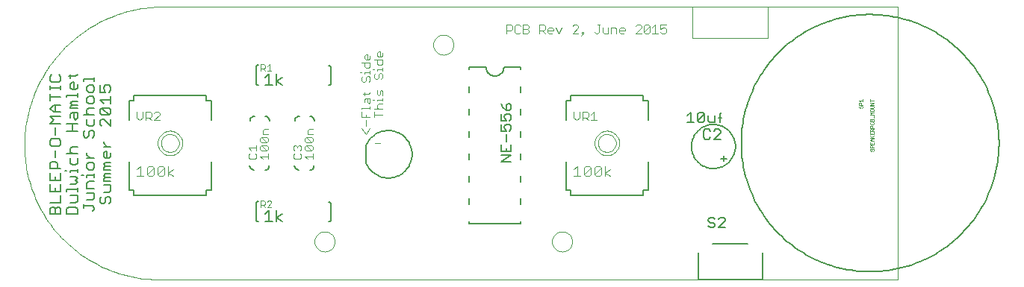
<source format=gto>
G75*
%MOIN*%
%OFA0B0*%
%FSLAX24Y24*%
%IPPOS*%
%LPD*%
%AMOC8*
5,1,8,0,0,1.08239X$1,22.5*
%
%ADD10C,0.0000*%
%ADD11C,0.0030*%
%ADD12C,0.0070*%
%ADD13C,0.0060*%
%ADD14C,0.0040*%
%ADD15C,0.0080*%
%ADD16C,0.0050*%
%ADD17C,0.0010*%
%ADD18C,0.0020*%
%ADD19C,0.0039*%
D10*
X006701Y001180D02*
X039656Y001180D01*
X039656Y013385D01*
X006982Y013385D01*
X018930Y011680D02*
X018932Y011722D01*
X018938Y011764D01*
X018948Y011805D01*
X018961Y011845D01*
X018979Y011883D01*
X018999Y011920D01*
X019024Y011955D01*
X019051Y011987D01*
X019081Y012016D01*
X019114Y012043D01*
X019149Y012066D01*
X019186Y012086D01*
X019225Y012102D01*
X019265Y012115D01*
X019306Y012124D01*
X019348Y012129D01*
X019391Y012130D01*
X019433Y012127D01*
X019474Y012120D01*
X019515Y012109D01*
X019555Y012095D01*
X019593Y012077D01*
X019629Y012055D01*
X019663Y012030D01*
X019694Y012002D01*
X019723Y011971D01*
X019749Y011938D01*
X019771Y011902D01*
X019791Y011864D01*
X019806Y011825D01*
X019818Y011785D01*
X019826Y011743D01*
X019830Y011701D01*
X019830Y011659D01*
X019826Y011617D01*
X019818Y011575D01*
X019806Y011535D01*
X019791Y011496D01*
X019771Y011458D01*
X019749Y011422D01*
X019723Y011389D01*
X019694Y011358D01*
X019663Y011330D01*
X019629Y011305D01*
X019593Y011283D01*
X019555Y011265D01*
X019515Y011251D01*
X019474Y011240D01*
X019433Y011233D01*
X019391Y011230D01*
X019348Y011231D01*
X019306Y011236D01*
X019265Y011245D01*
X019225Y011258D01*
X019186Y011274D01*
X019149Y011294D01*
X019114Y011317D01*
X019081Y011344D01*
X019051Y011373D01*
X019024Y011405D01*
X018999Y011440D01*
X018979Y011477D01*
X018961Y011515D01*
X018948Y011555D01*
X018938Y011596D01*
X018932Y011638D01*
X018930Y011680D01*
X006983Y013384D02*
X006828Y013385D01*
X006673Y013381D01*
X006518Y013373D01*
X006363Y013362D01*
X006209Y013346D01*
X006055Y013327D01*
X005901Y013304D01*
X005749Y013278D01*
X005597Y013247D01*
X005445Y013213D01*
X005295Y013174D01*
X005146Y013133D01*
X004998Y013087D01*
X004851Y013038D01*
X004705Y012985D01*
X004560Y012928D01*
X004417Y012868D01*
X004276Y012804D01*
X004136Y012737D01*
X003998Y012667D01*
X003862Y012593D01*
X003728Y012515D01*
X003595Y012434D01*
X003465Y012350D01*
X003337Y012263D01*
X003211Y012173D01*
X003087Y012079D01*
X002966Y011983D01*
X002847Y011883D01*
X002730Y011780D01*
X002617Y011675D01*
X002505Y011567D01*
X002397Y011456D01*
X002291Y011342D01*
X002189Y011226D01*
X002089Y011107D01*
X001992Y010986D01*
X001898Y010863D01*
X001808Y010737D01*
X001720Y010609D01*
X001636Y010479D01*
X001555Y010346D01*
X001477Y010212D01*
X001403Y010076D01*
X001332Y009938D01*
X001265Y009798D01*
X001201Y009657D01*
X001141Y009514D01*
X001084Y009370D01*
X001031Y009224D01*
X000981Y009077D01*
X000935Y008929D01*
X000893Y008780D01*
X000855Y008630D01*
X000820Y008478D01*
X000789Y008326D01*
X000762Y008174D01*
X000739Y008020D01*
X000720Y007867D01*
X000704Y007712D01*
X000692Y007558D01*
X000685Y007403D01*
X000681Y007248D01*
X000680Y007248D02*
X000680Y007201D01*
X000682Y007048D01*
X000688Y006896D01*
X000697Y006744D01*
X000711Y006592D01*
X000728Y006440D01*
X000749Y006289D01*
X000774Y006139D01*
X000803Y005989D01*
X000836Y005840D01*
X000872Y005692D01*
X000912Y005545D01*
X000956Y005399D01*
X001004Y005254D01*
X001055Y005110D01*
X001110Y004968D01*
X001168Y004827D01*
X001230Y004687D01*
X001295Y004549D01*
X001364Y004413D01*
X001437Y004279D01*
X001512Y004147D01*
X001591Y004016D01*
X001674Y003888D01*
X001759Y003761D01*
X001848Y003637D01*
X001940Y003516D01*
X002035Y003396D01*
X002133Y003279D01*
X002233Y003165D01*
X002337Y003053D01*
X002444Y002944D01*
X002553Y002837D01*
X002665Y002733D01*
X002779Y002633D01*
X002896Y002535D01*
X003016Y002440D01*
X003137Y002348D01*
X003261Y002259D01*
X003388Y002174D01*
X003516Y002091D01*
X003647Y002012D01*
X003779Y001937D01*
X003913Y001864D01*
X004049Y001795D01*
X004187Y001730D01*
X004327Y001668D01*
X004468Y001610D01*
X004610Y001555D01*
X004754Y001504D01*
X004899Y001456D01*
X005045Y001412D01*
X005192Y001372D01*
X005340Y001336D01*
X005489Y001303D01*
X005639Y001274D01*
X005789Y001249D01*
X005940Y001228D01*
X006092Y001211D01*
X006244Y001197D01*
X006396Y001188D01*
X006548Y001182D01*
X006701Y001180D01*
X013630Y002880D02*
X013632Y002922D01*
X013638Y002964D01*
X013648Y003005D01*
X013661Y003045D01*
X013679Y003083D01*
X013699Y003120D01*
X013724Y003155D01*
X013751Y003187D01*
X013781Y003216D01*
X013814Y003243D01*
X013849Y003266D01*
X013886Y003286D01*
X013925Y003302D01*
X013965Y003315D01*
X014006Y003324D01*
X014048Y003329D01*
X014091Y003330D01*
X014133Y003327D01*
X014174Y003320D01*
X014215Y003309D01*
X014255Y003295D01*
X014293Y003277D01*
X014329Y003255D01*
X014363Y003230D01*
X014394Y003202D01*
X014423Y003171D01*
X014449Y003138D01*
X014471Y003102D01*
X014491Y003064D01*
X014506Y003025D01*
X014518Y002985D01*
X014526Y002943D01*
X014530Y002901D01*
X014530Y002859D01*
X014526Y002817D01*
X014518Y002775D01*
X014506Y002735D01*
X014491Y002696D01*
X014471Y002658D01*
X014449Y002622D01*
X014423Y002589D01*
X014394Y002558D01*
X014363Y002530D01*
X014329Y002505D01*
X014293Y002483D01*
X014255Y002465D01*
X014215Y002451D01*
X014174Y002440D01*
X014133Y002433D01*
X014091Y002430D01*
X014048Y002431D01*
X014006Y002436D01*
X013965Y002445D01*
X013925Y002458D01*
X013886Y002474D01*
X013849Y002494D01*
X013814Y002517D01*
X013781Y002544D01*
X013751Y002573D01*
X013724Y002605D01*
X013699Y002640D01*
X013679Y002677D01*
X013661Y002715D01*
X013648Y002755D01*
X013638Y002796D01*
X013632Y002838D01*
X013630Y002880D01*
X024230Y002880D02*
X024232Y002922D01*
X024238Y002964D01*
X024248Y003005D01*
X024261Y003045D01*
X024279Y003083D01*
X024299Y003120D01*
X024324Y003155D01*
X024351Y003187D01*
X024381Y003216D01*
X024414Y003243D01*
X024449Y003266D01*
X024486Y003286D01*
X024525Y003302D01*
X024565Y003315D01*
X024606Y003324D01*
X024648Y003329D01*
X024691Y003330D01*
X024733Y003327D01*
X024774Y003320D01*
X024815Y003309D01*
X024855Y003295D01*
X024893Y003277D01*
X024929Y003255D01*
X024963Y003230D01*
X024994Y003202D01*
X025023Y003171D01*
X025049Y003138D01*
X025071Y003102D01*
X025091Y003064D01*
X025106Y003025D01*
X025118Y002985D01*
X025126Y002943D01*
X025130Y002901D01*
X025130Y002859D01*
X025126Y002817D01*
X025118Y002775D01*
X025106Y002735D01*
X025091Y002696D01*
X025071Y002658D01*
X025049Y002622D01*
X025023Y002589D01*
X024994Y002558D01*
X024963Y002530D01*
X024929Y002505D01*
X024893Y002483D01*
X024855Y002465D01*
X024815Y002451D01*
X024774Y002440D01*
X024733Y002433D01*
X024691Y002430D01*
X024648Y002431D01*
X024606Y002436D01*
X024565Y002445D01*
X024525Y002458D01*
X024486Y002474D01*
X024449Y002494D01*
X024414Y002517D01*
X024381Y002544D01*
X024351Y002573D01*
X024324Y002605D01*
X024299Y002640D01*
X024279Y002677D01*
X024261Y002715D01*
X024248Y002755D01*
X024238Y002796D01*
X024232Y002838D01*
X024230Y002880D01*
D11*
X011707Y004414D02*
X011514Y004414D01*
X011707Y004607D01*
X011707Y004656D01*
X011659Y004704D01*
X011562Y004704D01*
X011514Y004656D01*
X011413Y004656D02*
X011413Y004559D01*
X011364Y004511D01*
X011219Y004511D01*
X011316Y004511D02*
X011413Y004414D01*
X011219Y004414D02*
X011219Y004704D01*
X011364Y004704D01*
X011413Y004656D01*
X016309Y007281D02*
X016556Y007281D01*
X015920Y007695D02*
X016105Y007942D01*
X015920Y008063D02*
X015920Y008310D01*
X015920Y008432D02*
X015920Y008555D01*
X016105Y008432D02*
X015735Y008432D01*
X015735Y008679D01*
X015735Y008800D02*
X015735Y008862D01*
X016105Y008862D01*
X016105Y008923D02*
X016105Y008800D01*
X016295Y008800D02*
X016665Y008800D01*
X016480Y008800D02*
X016418Y008862D01*
X016418Y008985D01*
X016480Y009047D01*
X016665Y009047D01*
X016665Y009168D02*
X016665Y009292D01*
X016665Y009230D02*
X016418Y009230D01*
X016418Y009168D01*
X016295Y009230D02*
X016233Y009230D01*
X016105Y009292D02*
X016105Y009107D01*
X016043Y009045D01*
X015982Y009107D01*
X015982Y009292D01*
X015920Y009292D02*
X016105Y009292D01*
X015920Y009292D02*
X015858Y009231D01*
X015858Y009107D01*
X015858Y009414D02*
X015858Y009537D01*
X015796Y009476D02*
X016043Y009476D01*
X016105Y009537D01*
X016418Y009476D02*
X016418Y009661D01*
X016542Y009599D02*
X016542Y009476D01*
X016480Y009414D01*
X016418Y009476D01*
X016542Y009599D02*
X016603Y009661D01*
X016665Y009599D01*
X016665Y009414D01*
X016043Y010028D02*
X016105Y010089D01*
X016105Y010213D01*
X016043Y010275D01*
X015982Y010275D01*
X015920Y010213D01*
X015920Y010089D01*
X015858Y010028D01*
X015796Y010028D01*
X015735Y010089D01*
X015735Y010213D01*
X015796Y010275D01*
X015858Y010396D02*
X015858Y010458D01*
X016105Y010458D01*
X016105Y010519D02*
X016105Y010396D01*
X016295Y010336D02*
X016295Y010212D01*
X016356Y010150D01*
X016418Y010150D01*
X016480Y010212D01*
X016480Y010336D01*
X016542Y010397D01*
X016603Y010397D01*
X016665Y010336D01*
X016665Y010212D01*
X016603Y010150D01*
X016356Y010397D02*
X016295Y010336D01*
X016418Y010519D02*
X016418Y010580D01*
X016665Y010580D01*
X016665Y010519D02*
X016665Y010642D01*
X016603Y010764D02*
X016480Y010764D01*
X016418Y010826D01*
X016418Y011011D01*
X016295Y011011D02*
X016665Y011011D01*
X016665Y010826D01*
X016603Y010764D01*
X016105Y010703D02*
X016043Y010642D01*
X015920Y010642D01*
X015858Y010703D01*
X015858Y010888D01*
X015735Y010888D02*
X016105Y010888D01*
X016105Y010703D01*
X016233Y010580D02*
X016295Y010580D01*
X015735Y010458D02*
X015673Y010458D01*
X015920Y011010D02*
X015858Y011072D01*
X015858Y011195D01*
X015920Y011257D01*
X015982Y011257D01*
X015982Y011010D01*
X016043Y011010D02*
X015920Y011010D01*
X016043Y011010D02*
X016105Y011072D01*
X016105Y011195D01*
X016418Y011194D02*
X016418Y011318D01*
X016480Y011379D01*
X016542Y011379D01*
X016542Y011133D01*
X016603Y011133D02*
X016480Y011133D01*
X016418Y011194D01*
X016603Y011133D02*
X016665Y011194D01*
X016665Y011318D01*
X011707Y010514D02*
X011514Y010514D01*
X011611Y010514D02*
X011611Y010804D01*
X011514Y010707D01*
X011413Y010659D02*
X011364Y010611D01*
X011219Y010611D01*
X011316Y010611D02*
X011413Y010514D01*
X011413Y010659D02*
X011413Y010756D01*
X011364Y010804D01*
X011219Y010804D01*
X011219Y010514D01*
X006729Y008623D02*
X006664Y008688D01*
X006534Y008688D01*
X006468Y008623D01*
X006342Y008623D02*
X006342Y008493D01*
X006277Y008427D01*
X006082Y008427D01*
X005955Y008427D02*
X005955Y008688D01*
X006082Y008688D02*
X006277Y008688D01*
X006342Y008623D01*
X006082Y008688D02*
X006082Y008297D01*
X005955Y008427D02*
X005825Y008297D01*
X005695Y008427D01*
X005695Y008688D01*
X006212Y008427D02*
X006342Y008297D01*
X006468Y008297D02*
X006729Y008558D01*
X006729Y008623D01*
X006729Y008297D02*
X006468Y008297D01*
X015735Y007942D02*
X015920Y007695D01*
X016295Y008432D02*
X016295Y008679D01*
X016295Y008555D02*
X016665Y008555D01*
X025195Y008427D02*
X025325Y008297D01*
X025455Y008427D01*
X025455Y008688D01*
X025582Y008688D02*
X025777Y008688D01*
X025842Y008623D01*
X025842Y008493D01*
X025777Y008427D01*
X025582Y008427D01*
X025582Y008297D02*
X025582Y008688D01*
X025195Y008688D02*
X025195Y008427D01*
X025712Y008427D02*
X025842Y008297D01*
X025968Y008297D02*
X026229Y008297D01*
X026099Y008297D02*
X026099Y008688D01*
X025968Y008558D01*
X025510Y012072D02*
X025633Y012195D01*
X025572Y012195D01*
X025572Y012257D01*
X025633Y012257D01*
X025633Y012195D01*
X025388Y012195D02*
X025142Y012195D01*
X025388Y012442D01*
X025388Y012504D01*
X025327Y012565D01*
X025203Y012565D01*
X025142Y012504D01*
X024652Y012442D02*
X024528Y012195D01*
X024405Y012442D01*
X024283Y012380D02*
X024283Y012318D01*
X024037Y012318D01*
X024037Y012257D02*
X024037Y012380D01*
X024098Y012442D01*
X024222Y012442D01*
X024283Y012380D01*
X024222Y012195D02*
X024098Y012195D01*
X024037Y012257D01*
X023915Y012195D02*
X023792Y012318D01*
X023853Y012318D02*
X023668Y012318D01*
X023668Y012195D02*
X023668Y012565D01*
X023853Y012565D01*
X023915Y012504D01*
X023915Y012380D01*
X023853Y012318D01*
X023179Y012318D02*
X023179Y012257D01*
X023117Y012195D01*
X022932Y012195D01*
X022932Y012565D01*
X023117Y012565D01*
X023179Y012504D01*
X023179Y012442D01*
X023117Y012380D01*
X022932Y012380D01*
X022810Y012257D02*
X022748Y012195D01*
X022625Y012195D01*
X022563Y012257D01*
X022563Y012504D01*
X022625Y012565D01*
X022748Y012565D01*
X022810Y012504D01*
X023117Y012380D02*
X023179Y012318D01*
X022442Y012380D02*
X022380Y012318D01*
X022195Y012318D01*
X022195Y012195D02*
X022195Y012565D01*
X022380Y012565D01*
X022442Y012504D01*
X022442Y012380D01*
X026124Y012257D02*
X026185Y012195D01*
X026247Y012195D01*
X026309Y012257D01*
X026309Y012565D01*
X026247Y012565D02*
X026371Y012565D01*
X026492Y012442D02*
X026492Y012257D01*
X026554Y012195D01*
X026739Y012195D01*
X026739Y012442D01*
X026860Y012442D02*
X027045Y012442D01*
X027107Y012380D01*
X027107Y012195D01*
X027229Y012257D02*
X027229Y012380D01*
X027290Y012442D01*
X027414Y012442D01*
X027476Y012380D01*
X027476Y012318D01*
X027229Y012318D01*
X027229Y012257D02*
X027290Y012195D01*
X027414Y012195D01*
X026860Y012195D02*
X026860Y012442D01*
X027965Y012504D02*
X028027Y012565D01*
X028150Y012565D01*
X028212Y012504D01*
X028212Y012442D01*
X027965Y012195D01*
X028212Y012195D01*
X028334Y012257D02*
X028580Y012504D01*
X028580Y012257D01*
X028519Y012195D01*
X028395Y012195D01*
X028334Y012257D01*
X028334Y012504D01*
X028395Y012565D01*
X028519Y012565D01*
X028580Y012504D01*
X028702Y012442D02*
X028825Y012565D01*
X028825Y012195D01*
X028702Y012195D02*
X028949Y012195D01*
X029070Y012257D02*
X029132Y012195D01*
X029255Y012195D01*
X029317Y012257D01*
X029317Y012380D01*
X029255Y012442D01*
X029194Y012442D01*
X029070Y012380D01*
X029070Y012565D01*
X029317Y012565D01*
D12*
X004534Y009792D02*
X004534Y009632D01*
X004454Y009552D01*
X004294Y009552D02*
X004213Y009712D01*
X004213Y009792D01*
X004294Y009872D01*
X004454Y009872D01*
X004534Y009792D01*
X004294Y009552D02*
X004053Y009552D01*
X004053Y009872D01*
X003791Y009792D02*
X003711Y009872D01*
X003551Y009872D01*
X003471Y009792D01*
X003471Y009632D01*
X003551Y009552D01*
X003711Y009552D01*
X003791Y009632D01*
X003791Y009792D01*
X003791Y010058D02*
X003791Y010218D01*
X003791Y010138D02*
X003311Y010138D01*
X003311Y010058D01*
X003049Y009919D02*
X003049Y009758D01*
X002969Y009678D01*
X002809Y009678D01*
X002728Y009758D01*
X002728Y009919D01*
X002809Y009999D01*
X002889Y009999D01*
X002889Y009678D01*
X002306Y009678D02*
X002306Y009838D01*
X002306Y009758D02*
X001826Y009758D01*
X001826Y009678D02*
X001826Y009838D01*
X001906Y010016D02*
X002226Y010016D01*
X002306Y010096D01*
X002306Y010256D01*
X002226Y010336D01*
X001906Y010336D02*
X001826Y010256D01*
X001826Y010096D01*
X001906Y010016D01*
X002648Y010265D02*
X002969Y010265D01*
X003049Y010345D01*
X002728Y010345D02*
X002728Y010185D01*
X003049Y009501D02*
X003049Y009341D01*
X003049Y009421D02*
X002568Y009421D01*
X002568Y009341D01*
X002306Y009332D02*
X001826Y009332D01*
X001826Y009172D02*
X001826Y009492D01*
X002728Y009074D02*
X002809Y009155D01*
X003049Y009155D01*
X003049Y008994D02*
X002809Y008994D01*
X002728Y009074D01*
X002809Y008994D02*
X002728Y008914D01*
X002728Y008834D01*
X003049Y008834D01*
X003049Y008648D02*
X003049Y008408D01*
X002969Y008328D01*
X002889Y008408D01*
X002889Y008648D01*
X002809Y008648D02*
X003049Y008648D01*
X002809Y008648D02*
X002728Y008568D01*
X002728Y008408D01*
X002809Y008142D02*
X002809Y007821D01*
X003049Y007821D02*
X002568Y007821D01*
X002066Y007973D02*
X002066Y007653D01*
X001906Y007466D02*
X001826Y007386D01*
X001826Y007226D01*
X001906Y007146D01*
X002226Y007146D01*
X002306Y007226D01*
X002306Y007386D01*
X002226Y007466D01*
X001906Y007466D01*
X002728Y007049D02*
X002809Y007129D01*
X003049Y007129D01*
X002728Y007049D02*
X002728Y006889D01*
X002809Y006809D01*
X002728Y006622D02*
X002728Y006382D01*
X002809Y006302D01*
X002969Y006302D01*
X003049Y006382D01*
X003049Y006622D01*
X003049Y006809D02*
X002568Y006809D01*
X002066Y006960D02*
X002066Y006640D01*
X002066Y006454D02*
X002146Y006374D01*
X002146Y006133D01*
X002306Y006133D02*
X001826Y006133D01*
X001826Y006374D01*
X001906Y006454D01*
X002066Y006454D01*
X002488Y006045D02*
X002568Y006045D01*
X002728Y006045D02*
X002728Y005965D01*
X002728Y006045D02*
X003049Y006045D01*
X003049Y005965D02*
X003049Y006125D01*
X003471Y006171D02*
X003551Y006091D01*
X003711Y006091D01*
X003791Y006171D01*
X003791Y006331D01*
X003711Y006411D01*
X003551Y006411D01*
X003471Y006331D01*
X003471Y006171D01*
X003791Y005914D02*
X003791Y005753D01*
X003791Y005834D02*
X003471Y005834D01*
X003471Y005753D01*
X003311Y005834D02*
X003231Y005834D01*
X003049Y005698D02*
X002969Y005618D01*
X003049Y005538D01*
X002969Y005458D01*
X002728Y005458D01*
X003049Y005281D02*
X003049Y005120D01*
X003049Y005201D02*
X002568Y005201D01*
X002568Y005120D01*
X002728Y004934D02*
X003049Y004934D01*
X003049Y004694D01*
X002969Y004614D01*
X002728Y004614D01*
X002306Y004614D02*
X002306Y004934D01*
X002306Y005120D02*
X001826Y005120D01*
X001826Y005441D01*
X001826Y005627D02*
X002306Y005627D01*
X002306Y005947D01*
X002066Y005787D02*
X002066Y005627D01*
X001826Y005627D02*
X001826Y005947D01*
X002728Y005778D02*
X002969Y005778D01*
X003049Y005698D01*
X003471Y005487D02*
X003551Y005567D01*
X003791Y005567D01*
X003471Y005487D02*
X003471Y005247D01*
X003791Y005247D01*
X004213Y005399D02*
X004534Y005399D01*
X004534Y005158D01*
X004454Y005078D01*
X004213Y005078D01*
X003791Y005061D02*
X003471Y005061D01*
X003791Y005061D02*
X003791Y004821D01*
X003711Y004741D01*
X003471Y004741D01*
X003311Y004554D02*
X003311Y004394D01*
X003311Y004474D02*
X003711Y004474D01*
X003791Y004394D01*
X003791Y004314D01*
X003711Y004234D01*
X004053Y004652D02*
X004133Y004572D01*
X004213Y004572D01*
X004294Y004652D01*
X004294Y004812D01*
X004374Y004892D01*
X004454Y004892D01*
X004534Y004812D01*
X004534Y004652D01*
X004454Y004572D01*
X004053Y004652D02*
X004053Y004812D01*
X004133Y004892D01*
X003049Y004348D02*
X002969Y004428D01*
X002648Y004428D01*
X002568Y004348D01*
X002568Y004108D01*
X003049Y004108D01*
X003049Y004348D01*
X002306Y004348D02*
X002306Y004108D01*
X001826Y004108D01*
X001826Y004348D01*
X001906Y004428D01*
X001986Y004428D01*
X002066Y004348D01*
X002066Y004108D01*
X002066Y004348D02*
X002146Y004428D01*
X002226Y004428D01*
X002306Y004348D01*
X002306Y004614D02*
X001826Y004614D01*
X002066Y005120D02*
X002066Y005281D01*
X002306Y005441D02*
X002306Y005120D01*
X004213Y005585D02*
X004213Y005665D01*
X004294Y005745D01*
X004213Y005825D01*
X004294Y005905D01*
X004534Y005905D01*
X004534Y005745D02*
X004294Y005745D01*
X004213Y005585D02*
X004534Y005585D01*
X004534Y006091D02*
X004213Y006091D01*
X004213Y006171D01*
X004294Y006251D01*
X004213Y006331D01*
X004294Y006411D01*
X004534Y006411D01*
X004534Y006251D02*
X004294Y006251D01*
X004294Y006598D02*
X004213Y006678D01*
X004213Y006838D01*
X004294Y006918D01*
X004374Y006918D01*
X004374Y006598D01*
X004454Y006598D02*
X004294Y006598D01*
X004454Y006598D02*
X004534Y006678D01*
X004534Y006838D01*
X004534Y007104D02*
X004213Y007104D01*
X004213Y007264D02*
X004374Y007104D01*
X004213Y007264D02*
X004213Y007344D01*
X003791Y007606D02*
X003711Y007526D01*
X003791Y007606D02*
X003791Y007766D01*
X003711Y007846D01*
X003631Y007846D01*
X003551Y007766D01*
X003551Y007606D01*
X003471Y007526D01*
X003391Y007526D01*
X003311Y007606D01*
X003311Y007766D01*
X003391Y007846D01*
X003551Y008032D02*
X003471Y008113D01*
X003471Y008353D01*
X003551Y008539D02*
X003471Y008619D01*
X003471Y008779D01*
X003551Y008859D01*
X003791Y008859D01*
X003711Y009045D02*
X003791Y009125D01*
X003791Y009286D01*
X003711Y009366D01*
X003551Y009366D01*
X003471Y009286D01*
X003471Y009125D01*
X003551Y009045D01*
X003711Y009045D01*
X004053Y009205D02*
X004534Y009205D01*
X004534Y009045D02*
X004534Y009366D01*
X004213Y009045D02*
X004053Y009205D01*
X004133Y008859D02*
X004454Y008539D01*
X004534Y008619D01*
X004534Y008779D01*
X004454Y008859D01*
X004133Y008859D01*
X004053Y008779D01*
X004053Y008619D01*
X004133Y008539D01*
X004454Y008539D01*
X004534Y008353D02*
X004534Y008032D01*
X004213Y008353D01*
X004133Y008353D01*
X004053Y008273D01*
X004053Y008113D01*
X004133Y008032D01*
X003791Y008113D02*
X003791Y008353D01*
X003791Y008539D02*
X003311Y008539D01*
X003049Y008142D02*
X002568Y008142D01*
X002306Y008159D02*
X001826Y008159D01*
X001986Y008319D01*
X001826Y008479D01*
X002306Y008479D01*
X002306Y008665D02*
X001986Y008665D01*
X001826Y008826D01*
X001986Y008986D01*
X002306Y008986D01*
X002066Y008986D02*
X002066Y008665D01*
X003551Y008032D02*
X003711Y008032D01*
X003791Y008113D01*
X003471Y006838D02*
X003471Y006758D01*
X003631Y006598D01*
X003791Y006598D02*
X003471Y006598D01*
D13*
X010737Y006285D02*
X010739Y006259D01*
X010744Y006233D01*
X010752Y006208D01*
X010764Y006185D01*
X010778Y006163D01*
X010796Y006144D01*
X010815Y006126D01*
X010837Y006112D01*
X010860Y006100D01*
X010885Y006092D01*
X010911Y006087D01*
X010937Y006085D01*
X011410Y006070D02*
X011436Y006072D01*
X011462Y006077D01*
X011487Y006085D01*
X011510Y006097D01*
X011532Y006111D01*
X011551Y006129D01*
X011569Y006148D01*
X011583Y006170D01*
X011595Y006193D01*
X011603Y006218D01*
X011608Y006244D01*
X011610Y006270D01*
X012737Y006285D02*
X012739Y006259D01*
X012744Y006233D01*
X012752Y006208D01*
X012764Y006185D01*
X012778Y006163D01*
X012796Y006144D01*
X012815Y006126D01*
X012837Y006112D01*
X012860Y006100D01*
X012885Y006092D01*
X012911Y006087D01*
X012937Y006085D01*
X013410Y006070D02*
X013436Y006072D01*
X013462Y006077D01*
X013487Y006085D01*
X013510Y006097D01*
X013532Y006111D01*
X013551Y006129D01*
X013569Y006148D01*
X013583Y006170D01*
X013595Y006193D01*
X013603Y006218D01*
X013608Y006244D01*
X013610Y006270D01*
X014263Y004641D02*
X014280Y004639D01*
X014297Y004635D01*
X014313Y004628D01*
X014327Y004618D01*
X014340Y004605D01*
X014350Y004591D01*
X014357Y004575D01*
X014361Y004558D01*
X014363Y004541D01*
X014363Y003880D01*
X014361Y003863D01*
X014357Y003846D01*
X014350Y003830D01*
X014340Y003816D01*
X014327Y003803D01*
X014313Y003793D01*
X014297Y003786D01*
X014280Y003782D01*
X014263Y003780D01*
X012183Y003777D02*
X011932Y003944D01*
X012183Y004110D01*
X011932Y004277D02*
X011932Y003777D01*
X011750Y003777D02*
X011417Y003777D01*
X011584Y003777D02*
X011584Y004277D01*
X011417Y004110D01*
X011123Y003780D02*
X011106Y003782D01*
X011089Y003786D01*
X011073Y003793D01*
X011059Y003803D01*
X011046Y003816D01*
X011036Y003830D01*
X011029Y003846D01*
X011025Y003863D01*
X011023Y003880D01*
X011023Y004580D01*
X011025Y004597D01*
X011029Y004614D01*
X011036Y004630D01*
X011046Y004644D01*
X011059Y004657D01*
X011073Y004667D01*
X011089Y004674D01*
X011106Y004678D01*
X011123Y004680D01*
X010747Y008287D02*
X010749Y008313D01*
X010754Y008339D01*
X010762Y008364D01*
X010774Y008387D01*
X010788Y008409D01*
X010806Y008428D01*
X010825Y008446D01*
X010847Y008460D01*
X010870Y008472D01*
X010895Y008480D01*
X010921Y008485D01*
X010947Y008487D01*
X011417Y008480D02*
X011443Y008478D01*
X011469Y008473D01*
X011494Y008465D01*
X011517Y008453D01*
X011539Y008439D01*
X011558Y008421D01*
X011576Y008402D01*
X011590Y008380D01*
X011602Y008357D01*
X011610Y008332D01*
X011615Y008306D01*
X011617Y008280D01*
X012747Y008287D02*
X012749Y008313D01*
X012754Y008339D01*
X012762Y008364D01*
X012774Y008387D01*
X012788Y008409D01*
X012806Y008428D01*
X012825Y008446D01*
X012847Y008460D01*
X012870Y008472D01*
X012895Y008480D01*
X012921Y008485D01*
X012947Y008487D01*
X013417Y008480D02*
X013443Y008478D01*
X013469Y008473D01*
X013494Y008465D01*
X013517Y008453D01*
X013539Y008439D01*
X013558Y008421D01*
X013576Y008402D01*
X013590Y008380D01*
X013602Y008357D01*
X013610Y008332D01*
X013615Y008306D01*
X013617Y008280D01*
X014263Y009880D02*
X014280Y009882D01*
X014297Y009886D01*
X014313Y009893D01*
X014327Y009903D01*
X014340Y009916D01*
X014350Y009930D01*
X014357Y009946D01*
X014361Y009963D01*
X014363Y009980D01*
X014363Y010641D01*
X014361Y010658D01*
X014357Y010675D01*
X014350Y010691D01*
X014340Y010705D01*
X014327Y010718D01*
X014313Y010728D01*
X014297Y010735D01*
X014280Y010739D01*
X014263Y010741D01*
X012183Y010210D02*
X011932Y010044D01*
X012183Y009877D01*
X011932Y009877D02*
X011932Y010377D01*
X011584Y010377D02*
X011584Y009877D01*
X011750Y009877D02*
X011417Y009877D01*
X011123Y009880D02*
X011106Y009882D01*
X011089Y009886D01*
X011073Y009893D01*
X011059Y009903D01*
X011046Y009916D01*
X011036Y009930D01*
X011029Y009946D01*
X011025Y009963D01*
X011023Y009980D01*
X011023Y010680D01*
X011025Y010697D01*
X011029Y010714D01*
X011036Y010730D01*
X011046Y010744D01*
X011059Y010757D01*
X011073Y010767D01*
X011089Y010774D01*
X011106Y010778D01*
X011123Y010780D01*
X011584Y010377D02*
X011417Y010210D01*
X030272Y008504D02*
X030419Y008650D01*
X030419Y008210D01*
X030565Y008210D02*
X030272Y008210D01*
X030732Y008283D02*
X031026Y008577D01*
X031026Y008283D01*
X030952Y008210D01*
X030806Y008210D01*
X030732Y008283D01*
X030732Y008577D01*
X030806Y008650D01*
X030952Y008650D01*
X031026Y008577D01*
X031193Y008504D02*
X031193Y008283D01*
X031266Y008210D01*
X031486Y008210D01*
X031486Y008504D01*
X031653Y008430D02*
X031800Y008430D01*
X031726Y008577D02*
X031726Y008210D01*
X031670Y007900D02*
X031523Y007900D01*
X031450Y007827D01*
X031283Y007827D02*
X031209Y007900D01*
X031063Y007900D01*
X030989Y007827D01*
X030989Y007533D01*
X031063Y007460D01*
X031209Y007460D01*
X031283Y007533D01*
X031450Y007460D02*
X031743Y007754D01*
X031743Y007827D01*
X031670Y007900D01*
X031743Y007460D02*
X031450Y007460D01*
X030446Y007130D02*
X030448Y007192D01*
X030454Y007255D01*
X030464Y007316D01*
X030478Y007377D01*
X030495Y007437D01*
X030516Y007496D01*
X030542Y007553D01*
X030570Y007608D01*
X030602Y007662D01*
X030638Y007713D01*
X030676Y007763D01*
X030718Y007809D01*
X030762Y007853D01*
X030810Y007894D01*
X030859Y007932D01*
X030911Y007966D01*
X030965Y007997D01*
X031021Y008025D01*
X031079Y008049D01*
X031138Y008070D01*
X031198Y008086D01*
X031259Y008099D01*
X031321Y008108D01*
X031383Y008113D01*
X031446Y008114D01*
X031508Y008111D01*
X031570Y008104D01*
X031632Y008093D01*
X031692Y008078D01*
X031752Y008060D01*
X031810Y008038D01*
X031867Y008012D01*
X031922Y007982D01*
X031975Y007949D01*
X032026Y007913D01*
X032074Y007874D01*
X032120Y007831D01*
X032163Y007786D01*
X032203Y007738D01*
X032240Y007688D01*
X032274Y007635D01*
X032305Y007581D01*
X032331Y007525D01*
X032355Y007467D01*
X032374Y007407D01*
X032390Y007347D01*
X032402Y007285D01*
X032410Y007224D01*
X032414Y007161D01*
X032414Y007099D01*
X032410Y007036D01*
X032402Y006975D01*
X032390Y006913D01*
X032374Y006853D01*
X032355Y006793D01*
X032331Y006735D01*
X032305Y006679D01*
X032274Y006625D01*
X032240Y006572D01*
X032203Y006522D01*
X032163Y006474D01*
X032120Y006429D01*
X032074Y006386D01*
X032026Y006347D01*
X031975Y006311D01*
X031922Y006278D01*
X031867Y006248D01*
X031810Y006222D01*
X031752Y006200D01*
X031692Y006182D01*
X031632Y006167D01*
X031570Y006156D01*
X031508Y006149D01*
X031446Y006146D01*
X031383Y006147D01*
X031321Y006152D01*
X031259Y006161D01*
X031198Y006174D01*
X031138Y006190D01*
X031079Y006211D01*
X031021Y006235D01*
X030965Y006263D01*
X030911Y006294D01*
X030859Y006328D01*
X030810Y006366D01*
X030762Y006407D01*
X030718Y006451D01*
X030676Y006497D01*
X030638Y006547D01*
X030602Y006598D01*
X030570Y006652D01*
X030542Y006707D01*
X030516Y006764D01*
X030495Y006823D01*
X030478Y006883D01*
X030464Y006944D01*
X030454Y007005D01*
X030448Y007068D01*
X030446Y007130D01*
X031880Y006720D02*
X031880Y006470D01*
X031750Y006590D02*
X032010Y006590D01*
X031726Y008577D02*
X031800Y008650D01*
D14*
X026581Y006263D02*
X026581Y005802D01*
X026581Y005956D02*
X026811Y005802D01*
X026581Y005956D02*
X026811Y006109D01*
X026428Y006186D02*
X026428Y005879D01*
X026351Y005802D01*
X026198Y005802D01*
X026121Y005879D01*
X026428Y006186D01*
X026351Y006263D01*
X026198Y006263D01*
X026121Y006186D01*
X026121Y005879D01*
X025967Y005879D02*
X025891Y005802D01*
X025737Y005802D01*
X025660Y005879D01*
X025967Y006186D01*
X025967Y005879D01*
X025660Y005879D02*
X025660Y006186D01*
X025737Y006263D01*
X025891Y006263D01*
X025967Y006186D01*
X025353Y006263D02*
X025353Y005802D01*
X025200Y005802D02*
X025507Y005802D01*
X025200Y006109D02*
X025353Y006263D01*
X013563Y006575D02*
X013563Y006815D01*
X013563Y006695D02*
X013202Y006695D01*
X013323Y006575D01*
X013041Y006641D02*
X013041Y006761D01*
X012981Y006821D01*
X012981Y006950D02*
X013041Y007010D01*
X013041Y007130D01*
X012981Y007190D01*
X012921Y007190D01*
X012861Y007130D01*
X012861Y007070D01*
X012861Y007130D02*
X012801Y007190D01*
X012741Y007190D01*
X012681Y007130D01*
X012681Y007010D01*
X012741Y006950D01*
X012741Y006821D02*
X012681Y006761D01*
X012681Y006641D01*
X012741Y006581D01*
X012981Y006581D01*
X013041Y006641D01*
X013263Y006943D02*
X013202Y007003D01*
X013202Y007123D01*
X013263Y007183D01*
X013503Y006943D01*
X013563Y007003D01*
X013563Y007123D01*
X013503Y007183D01*
X013263Y007183D01*
X013263Y007311D02*
X013202Y007371D01*
X013202Y007491D01*
X013263Y007551D01*
X013503Y007311D01*
X013563Y007371D01*
X013563Y007491D01*
X013503Y007551D01*
X013263Y007551D01*
X013323Y007680D02*
X013323Y007860D01*
X013383Y007920D01*
X013563Y007920D01*
X013563Y007680D02*
X013323Y007680D01*
X013263Y007311D02*
X013503Y007311D01*
X013503Y006943D02*
X013263Y006943D01*
X011563Y007003D02*
X011503Y006943D01*
X011263Y007183D01*
X011503Y007183D01*
X011563Y007123D01*
X011563Y007003D01*
X011503Y006943D02*
X011263Y006943D01*
X011202Y007003D01*
X011202Y007123D01*
X011263Y007183D01*
X011263Y007311D02*
X011202Y007371D01*
X011202Y007491D01*
X011263Y007551D01*
X011503Y007311D01*
X011563Y007371D01*
X011563Y007491D01*
X011503Y007551D01*
X011263Y007551D01*
X011323Y007680D02*
X011323Y007860D01*
X011383Y007920D01*
X011563Y007920D01*
X011563Y007680D02*
X011323Y007680D01*
X011263Y007311D02*
X011503Y007311D01*
X011041Y007190D02*
X011041Y006950D01*
X011041Y007070D02*
X010681Y007070D01*
X010801Y006950D01*
X010741Y006821D02*
X010681Y006761D01*
X010681Y006641D01*
X010741Y006581D01*
X010981Y006581D01*
X011041Y006641D01*
X011041Y006761D01*
X010981Y006821D01*
X011202Y006695D02*
X011563Y006695D01*
X011563Y006575D02*
X011563Y006815D01*
X011323Y006575D02*
X011202Y006695D01*
X007311Y006109D02*
X007081Y005956D01*
X007311Y005802D01*
X007081Y005802D02*
X007081Y006263D01*
X006928Y006186D02*
X006621Y005879D01*
X006698Y005802D01*
X006851Y005802D01*
X006928Y005879D01*
X006928Y006186D01*
X006851Y006263D01*
X006698Y006263D01*
X006621Y006186D01*
X006621Y005879D01*
X006467Y005879D02*
X006391Y005802D01*
X006237Y005802D01*
X006160Y005879D01*
X006467Y006186D01*
X006467Y005879D01*
X006160Y005879D02*
X006160Y006186D01*
X006237Y006263D01*
X006391Y006263D01*
X006467Y006186D01*
X005853Y006263D02*
X005853Y005802D01*
X005700Y005802D02*
X006007Y005802D01*
X005700Y006109D02*
X005853Y006263D01*
D15*
X005349Y006436D02*
X005349Y005176D01*
X005566Y005176D01*
X005566Y004960D01*
X008794Y004960D01*
X008794Y005176D01*
X009011Y005176D01*
X009011Y006436D01*
X009011Y008326D02*
X009011Y009192D01*
X008794Y009192D01*
X008794Y009408D01*
X005566Y009408D01*
X005566Y009192D01*
X005349Y009192D01*
X005349Y008326D01*
X020530Y008550D02*
X020530Y008810D01*
X020530Y009550D02*
X020530Y009810D01*
X020530Y010580D02*
X020530Y010680D01*
X021280Y010680D01*
X021282Y010641D01*
X021288Y010602D01*
X021297Y010564D01*
X021310Y010527D01*
X021327Y010491D01*
X021347Y010458D01*
X021371Y010426D01*
X021397Y010397D01*
X021426Y010371D01*
X021458Y010347D01*
X021491Y010327D01*
X021527Y010310D01*
X021564Y010297D01*
X021602Y010288D01*
X021641Y010282D01*
X021680Y010280D01*
X021719Y010282D01*
X021758Y010288D01*
X021796Y010297D01*
X021833Y010310D01*
X021869Y010327D01*
X021902Y010347D01*
X021934Y010371D01*
X021963Y010397D01*
X021989Y010426D01*
X022013Y010458D01*
X022033Y010491D01*
X022050Y010527D01*
X022063Y010564D01*
X022072Y010602D01*
X022078Y010641D01*
X022080Y010680D01*
X022830Y010680D01*
X022830Y010580D01*
X022830Y009810D02*
X022830Y009550D01*
X022830Y008810D02*
X022830Y008550D01*
X022830Y007810D02*
X022830Y007550D01*
X022830Y006810D02*
X022830Y006550D01*
X022830Y005810D02*
X022830Y005550D01*
X022830Y004810D02*
X022830Y004550D01*
X022830Y003780D02*
X022830Y003680D01*
X020530Y003680D01*
X020530Y003780D01*
X020530Y004550D02*
X020530Y004810D01*
X020530Y005550D02*
X020530Y005810D01*
X020530Y006550D02*
X020530Y006810D01*
X020530Y007550D02*
X020530Y007810D01*
X024849Y008326D02*
X024849Y009192D01*
X025066Y009192D01*
X025066Y009408D01*
X028294Y009408D01*
X028294Y009192D01*
X028511Y009192D01*
X028511Y008326D01*
X028511Y006436D02*
X028511Y005176D01*
X028294Y005176D01*
X028294Y004960D01*
X025066Y004960D01*
X025066Y005176D01*
X024849Y005176D01*
X024849Y006436D01*
X031393Y002767D02*
X032967Y002767D01*
X033617Y002374D02*
X033617Y001193D01*
X030743Y001193D01*
X030743Y002374D01*
D16*
X031280Y003505D02*
X031205Y003580D01*
X031280Y003505D02*
X031430Y003505D01*
X031505Y003580D01*
X031505Y003655D01*
X031430Y003730D01*
X031280Y003730D01*
X031205Y003805D01*
X031205Y003880D01*
X031280Y003955D01*
X031430Y003955D01*
X031505Y003880D01*
X031665Y003880D02*
X031740Y003955D01*
X031891Y003955D01*
X031966Y003880D01*
X031966Y003805D01*
X031665Y003505D01*
X031966Y003505D01*
X022405Y006443D02*
X021955Y006443D01*
X022405Y006743D01*
X021955Y006743D01*
X021955Y006903D02*
X022405Y006903D01*
X022405Y007203D01*
X022180Y007053D02*
X022180Y006903D01*
X021955Y006903D02*
X021955Y007203D01*
X022180Y007363D02*
X022180Y007664D01*
X022180Y007824D02*
X021955Y007824D01*
X021955Y008124D01*
X021955Y008284D02*
X022180Y008284D01*
X022105Y008434D01*
X022105Y008509D01*
X022180Y008584D01*
X022330Y008584D01*
X022405Y008509D01*
X022405Y008359D01*
X022330Y008284D01*
X022330Y008124D02*
X022405Y008049D01*
X022405Y007899D01*
X022330Y007824D01*
X022180Y007824D02*
X022105Y007974D01*
X022105Y008049D01*
X022180Y008124D01*
X022330Y008124D01*
X021955Y008284D02*
X021955Y008584D01*
X022180Y008745D02*
X022180Y008970D01*
X022255Y009045D01*
X022330Y009045D01*
X022405Y008970D01*
X022405Y008820D01*
X022330Y008745D01*
X022180Y008745D01*
X022030Y008895D01*
X021955Y009045D01*
X015936Y007176D02*
X015962Y007235D01*
X015991Y007292D01*
X016023Y007347D01*
X016059Y007401D01*
X016098Y007452D01*
X016141Y007500D01*
X016186Y007546D01*
X016233Y007589D01*
X016283Y007630D01*
X016336Y007667D01*
X016391Y007700D01*
X016447Y007731D01*
X016506Y007758D01*
X016566Y007781D01*
X016627Y007801D01*
X016689Y007817D01*
X016753Y007829D01*
X016816Y007837D01*
X016880Y007841D01*
X016945Y007842D01*
X017009Y007838D01*
X017073Y007831D01*
X017136Y007820D01*
X017199Y007805D01*
X017260Y007786D01*
X017321Y007763D01*
X017379Y007737D01*
X017436Y007708D01*
X017492Y007675D01*
X017545Y007638D01*
X017595Y007599D01*
X017644Y007556D01*
X017689Y007511D01*
X017732Y007463D01*
X017772Y007413D01*
X017809Y007360D01*
X017842Y007305D01*
X017872Y007248D01*
X017899Y007189D01*
X017922Y007129D01*
X017941Y007068D01*
X017956Y007005D01*
X017968Y006942D01*
X017976Y006878D01*
X017980Y006814D01*
X017980Y006750D01*
X017976Y006686D01*
X017968Y006622D01*
X017956Y006559D01*
X017941Y006496D01*
X017922Y006435D01*
X017899Y006375D01*
X017872Y006316D01*
X017842Y006259D01*
X017809Y006204D01*
X017772Y006151D01*
X017732Y006101D01*
X017689Y006053D01*
X017644Y006008D01*
X017595Y005965D01*
X017545Y005926D01*
X017492Y005889D01*
X017436Y005856D01*
X017379Y005827D01*
X017321Y005801D01*
X017260Y005778D01*
X017199Y005759D01*
X017136Y005744D01*
X017073Y005733D01*
X017009Y005726D01*
X016945Y005722D01*
X016880Y005723D01*
X016816Y005727D01*
X016753Y005735D01*
X016689Y005747D01*
X016627Y005763D01*
X016566Y005783D01*
X016506Y005806D01*
X016447Y005833D01*
X016391Y005864D01*
X016336Y005897D01*
X016283Y005934D01*
X016233Y005975D01*
X016186Y006018D01*
X016141Y006064D01*
X016098Y006112D01*
X016059Y006163D01*
X016023Y006217D01*
X015991Y006272D01*
X015962Y006329D01*
X015936Y006388D01*
X015936Y006389D02*
X015936Y007176D01*
X032676Y007282D02*
X032678Y007433D01*
X032684Y007584D01*
X032694Y007735D01*
X032708Y007886D01*
X032726Y008036D01*
X032747Y008185D01*
X032773Y008334D01*
X032803Y008482D01*
X032836Y008630D01*
X032874Y008776D01*
X032915Y008922D01*
X032960Y009066D01*
X033009Y009209D01*
X033061Y009351D01*
X033117Y009491D01*
X033177Y009630D01*
X033241Y009767D01*
X033308Y009903D01*
X033379Y010036D01*
X033453Y010168D01*
X033530Y010298D01*
X033611Y010425D01*
X033695Y010551D01*
X033783Y010674D01*
X033874Y010795D01*
X033968Y010913D01*
X034065Y011029D01*
X034165Y011143D01*
X034268Y011253D01*
X034374Y011361D01*
X034482Y011466D01*
X034594Y011569D01*
X034708Y011668D01*
X034824Y011764D01*
X034943Y011857D01*
X035065Y011947D01*
X035188Y012034D01*
X035314Y012117D01*
X035443Y012197D01*
X035573Y012274D01*
X035705Y012347D01*
X035839Y012417D01*
X035975Y012483D01*
X036113Y012546D01*
X036252Y012605D01*
X036392Y012660D01*
X036535Y012712D01*
X036678Y012760D01*
X036823Y012804D01*
X036968Y012844D01*
X037115Y012881D01*
X037263Y012913D01*
X037411Y012942D01*
X037560Y012966D01*
X037710Y012987D01*
X037860Y013004D01*
X038011Y013017D01*
X038162Y013026D01*
X038313Y013031D01*
X038464Y013032D01*
X038615Y013029D01*
X038766Y013022D01*
X038917Y013011D01*
X039067Y012996D01*
X039217Y012977D01*
X039367Y012955D01*
X039515Y012928D01*
X039663Y012897D01*
X039811Y012863D01*
X039957Y012824D01*
X040102Y012782D01*
X040246Y012736D01*
X040389Y012687D01*
X040530Y012633D01*
X040670Y012576D01*
X040808Y012515D01*
X040945Y012451D01*
X041080Y012383D01*
X041213Y012311D01*
X041345Y012236D01*
X041474Y012158D01*
X041601Y012076D01*
X041726Y011991D01*
X041848Y011903D01*
X041969Y011811D01*
X042087Y011716D01*
X042202Y011619D01*
X042315Y011518D01*
X042425Y011414D01*
X042532Y011308D01*
X042636Y011198D01*
X042738Y011086D01*
X042836Y010972D01*
X042932Y010854D01*
X043024Y010735D01*
X043113Y010613D01*
X043199Y010488D01*
X043282Y010362D01*
X043361Y010233D01*
X043437Y010102D01*
X043509Y009970D01*
X043578Y009835D01*
X043643Y009699D01*
X043705Y009561D01*
X043763Y009421D01*
X043818Y009280D01*
X043868Y009138D01*
X043915Y008994D01*
X043958Y008849D01*
X043998Y008703D01*
X044033Y008556D01*
X044065Y008408D01*
X044092Y008260D01*
X044116Y008111D01*
X044136Y007961D01*
X044152Y007810D01*
X044164Y007660D01*
X044172Y007509D01*
X044176Y007358D01*
X044176Y007206D01*
X044172Y007055D01*
X044164Y006904D01*
X044152Y006754D01*
X044136Y006603D01*
X044116Y006453D01*
X044092Y006304D01*
X044065Y006156D01*
X044033Y006008D01*
X043998Y005861D01*
X043958Y005715D01*
X043915Y005570D01*
X043868Y005426D01*
X043818Y005284D01*
X043763Y005143D01*
X043705Y005003D01*
X043643Y004865D01*
X043578Y004729D01*
X043509Y004594D01*
X043437Y004462D01*
X043361Y004331D01*
X043282Y004202D01*
X043199Y004076D01*
X043113Y003951D01*
X043024Y003829D01*
X042932Y003710D01*
X042836Y003592D01*
X042738Y003478D01*
X042636Y003366D01*
X042532Y003256D01*
X042425Y003150D01*
X042315Y003046D01*
X042202Y002945D01*
X042087Y002848D01*
X041969Y002753D01*
X041848Y002661D01*
X041726Y002573D01*
X041601Y002488D01*
X041474Y002406D01*
X041345Y002328D01*
X041213Y002253D01*
X041080Y002181D01*
X040945Y002113D01*
X040808Y002049D01*
X040670Y001988D01*
X040530Y001931D01*
X040389Y001877D01*
X040246Y001828D01*
X040102Y001782D01*
X039957Y001740D01*
X039811Y001701D01*
X039663Y001667D01*
X039515Y001636D01*
X039367Y001609D01*
X039217Y001587D01*
X039067Y001568D01*
X038917Y001553D01*
X038766Y001542D01*
X038615Y001535D01*
X038464Y001532D01*
X038313Y001533D01*
X038162Y001538D01*
X038011Y001547D01*
X037860Y001560D01*
X037710Y001577D01*
X037560Y001598D01*
X037411Y001622D01*
X037263Y001651D01*
X037115Y001683D01*
X036968Y001720D01*
X036823Y001760D01*
X036678Y001804D01*
X036535Y001852D01*
X036392Y001904D01*
X036252Y001959D01*
X036113Y002018D01*
X035975Y002081D01*
X035839Y002147D01*
X035705Y002217D01*
X035573Y002290D01*
X035443Y002367D01*
X035314Y002447D01*
X035188Y002530D01*
X035065Y002617D01*
X034943Y002707D01*
X034824Y002800D01*
X034708Y002896D01*
X034594Y002995D01*
X034482Y003098D01*
X034374Y003203D01*
X034268Y003311D01*
X034165Y003421D01*
X034065Y003535D01*
X033968Y003651D01*
X033874Y003769D01*
X033783Y003890D01*
X033695Y004013D01*
X033611Y004139D01*
X033530Y004266D01*
X033453Y004396D01*
X033379Y004528D01*
X033308Y004661D01*
X033241Y004797D01*
X033177Y004934D01*
X033117Y005073D01*
X033061Y005213D01*
X033009Y005355D01*
X032960Y005498D01*
X032915Y005642D01*
X032874Y005788D01*
X032836Y005934D01*
X032803Y006082D01*
X032773Y006230D01*
X032747Y006379D01*
X032726Y006528D01*
X032708Y006678D01*
X032694Y006829D01*
X032684Y006980D01*
X032678Y007131D01*
X032676Y007282D01*
D17*
X037931Y008870D02*
X037956Y008845D01*
X037981Y008845D01*
X038006Y008870D01*
X038006Y008920D01*
X038031Y008945D01*
X038056Y008945D01*
X038081Y008920D01*
X038081Y008870D01*
X038056Y008845D01*
X037931Y008870D02*
X037931Y008920D01*
X037956Y008945D01*
X037931Y008993D02*
X037931Y009068D01*
X037956Y009093D01*
X038006Y009093D01*
X038031Y009068D01*
X038031Y008993D01*
X038081Y008993D02*
X037931Y008993D01*
X037981Y009140D02*
X037931Y009190D01*
X038081Y009190D01*
X038081Y009140D02*
X038081Y009240D01*
X038431Y009240D02*
X038431Y009140D01*
X038431Y009093D02*
X038581Y009093D01*
X038431Y008993D01*
X038581Y008993D01*
X038556Y008945D02*
X038431Y008945D01*
X038431Y008845D02*
X038556Y008845D01*
X038581Y008870D01*
X038581Y008920D01*
X038556Y008945D01*
X038556Y008798D02*
X038456Y008798D01*
X038431Y008773D01*
X038431Y008723D01*
X038456Y008698D01*
X038556Y008698D01*
X038581Y008723D01*
X038581Y008773D01*
X038556Y008798D01*
X038581Y008651D02*
X038431Y008651D01*
X038481Y008601D01*
X038431Y008551D01*
X038581Y008551D01*
X038606Y008503D02*
X038606Y008403D01*
X038556Y008356D02*
X038581Y008331D01*
X038581Y008256D01*
X038431Y008256D01*
X038431Y008331D01*
X038456Y008356D01*
X038481Y008356D01*
X038506Y008331D01*
X038506Y008256D01*
X038556Y008209D02*
X038581Y008184D01*
X038581Y008134D01*
X038556Y008109D01*
X038456Y008109D01*
X038431Y008134D01*
X038431Y008184D01*
X038456Y008209D01*
X038506Y008331D02*
X038531Y008356D01*
X038556Y008356D01*
X038506Y008062D02*
X038531Y008036D01*
X038531Y007961D01*
X038581Y007961D02*
X038431Y007961D01*
X038431Y008036D01*
X038456Y008062D01*
X038506Y008062D01*
X038506Y007914D02*
X038531Y007889D01*
X038531Y007814D01*
X038581Y007814D02*
X038431Y007814D01*
X038431Y007889D01*
X038456Y007914D01*
X038506Y007914D01*
X038531Y007864D02*
X038581Y007914D01*
X038581Y007767D02*
X038581Y007667D01*
X038431Y007667D01*
X038431Y007767D01*
X038506Y007717D02*
X038506Y007667D01*
X038581Y007620D02*
X038506Y007544D01*
X038531Y007519D02*
X038431Y007620D01*
X038431Y007519D02*
X038581Y007519D01*
X038581Y007472D02*
X038481Y007472D01*
X038431Y007422D01*
X038481Y007372D01*
X038581Y007372D01*
X038581Y007325D02*
X038581Y007225D01*
X038431Y007225D01*
X038431Y007325D01*
X038506Y007372D02*
X038506Y007472D01*
X038506Y007275D02*
X038506Y007225D01*
X038506Y007178D02*
X038531Y007153D01*
X038531Y007077D01*
X038531Y007030D02*
X038556Y007030D01*
X038581Y007005D01*
X038581Y006955D01*
X038556Y006930D01*
X038506Y006955D02*
X038506Y007005D01*
X038531Y007030D01*
X038581Y007077D02*
X038431Y007077D01*
X038431Y007153D01*
X038456Y007178D01*
X038506Y007178D01*
X038456Y007030D02*
X038431Y007005D01*
X038431Y006955D01*
X038456Y006930D01*
X038481Y006930D01*
X038506Y006955D01*
X038581Y009190D02*
X038431Y009190D01*
D18*
X026280Y007282D02*
X026282Y007322D01*
X026288Y007361D01*
X026298Y007400D01*
X026311Y007437D01*
X026329Y007473D01*
X026350Y007507D01*
X026374Y007539D01*
X026401Y007568D01*
X026431Y007595D01*
X026463Y007618D01*
X026498Y007638D01*
X026534Y007654D01*
X026572Y007667D01*
X026611Y007676D01*
X026650Y007681D01*
X026690Y007682D01*
X026730Y007679D01*
X026769Y007672D01*
X026807Y007661D01*
X026845Y007647D01*
X026880Y007628D01*
X026913Y007607D01*
X026945Y007582D01*
X026973Y007554D01*
X026999Y007524D01*
X027021Y007491D01*
X027040Y007456D01*
X027056Y007419D01*
X027068Y007381D01*
X027076Y007342D01*
X027080Y007302D01*
X027080Y007262D01*
X027076Y007222D01*
X027068Y007183D01*
X027056Y007145D01*
X027040Y007108D01*
X027021Y007073D01*
X026999Y007040D01*
X026973Y007010D01*
X026945Y006982D01*
X026913Y006957D01*
X026880Y006936D01*
X026845Y006917D01*
X026807Y006903D01*
X026769Y006892D01*
X026730Y006885D01*
X026690Y006882D01*
X026650Y006883D01*
X026611Y006888D01*
X026572Y006897D01*
X026534Y006910D01*
X026498Y006926D01*
X026463Y006946D01*
X026431Y006969D01*
X026401Y006996D01*
X026374Y007025D01*
X026350Y007057D01*
X026329Y007091D01*
X026311Y007127D01*
X026298Y007164D01*
X026288Y007203D01*
X026282Y007242D01*
X026280Y007282D01*
X026130Y007282D02*
X026132Y007329D01*
X026138Y007375D01*
X026148Y007421D01*
X026161Y007465D01*
X026179Y007509D01*
X026200Y007550D01*
X026224Y007590D01*
X026252Y007628D01*
X026283Y007663D01*
X026317Y007695D01*
X026353Y007724D01*
X026392Y007750D01*
X026432Y007773D01*
X026475Y007792D01*
X026519Y007808D01*
X026564Y007820D01*
X026610Y007828D01*
X026657Y007832D01*
X026703Y007832D01*
X026750Y007828D01*
X026796Y007820D01*
X026841Y007808D01*
X026885Y007792D01*
X026928Y007773D01*
X026968Y007750D01*
X027007Y007724D01*
X027043Y007695D01*
X027077Y007663D01*
X027108Y007628D01*
X027136Y007590D01*
X027160Y007550D01*
X027181Y007509D01*
X027199Y007465D01*
X027212Y007421D01*
X027222Y007375D01*
X027228Y007329D01*
X027230Y007282D01*
X027228Y007235D01*
X027222Y007189D01*
X027212Y007143D01*
X027199Y007099D01*
X027181Y007055D01*
X027160Y007014D01*
X027136Y006974D01*
X027108Y006936D01*
X027077Y006901D01*
X027043Y006869D01*
X027007Y006840D01*
X026968Y006814D01*
X026928Y006791D01*
X026885Y006772D01*
X026841Y006756D01*
X026796Y006744D01*
X026750Y006736D01*
X026703Y006732D01*
X026657Y006732D01*
X026610Y006736D01*
X026564Y006744D01*
X026519Y006756D01*
X026475Y006772D01*
X026432Y006791D01*
X026392Y006814D01*
X026353Y006840D01*
X026317Y006869D01*
X026283Y006901D01*
X026252Y006936D01*
X026224Y006974D01*
X026200Y007014D01*
X026179Y007055D01*
X026161Y007099D01*
X026148Y007143D01*
X026138Y007189D01*
X026132Y007235D01*
X026130Y007282D01*
X006780Y007282D02*
X006782Y007322D01*
X006788Y007361D01*
X006798Y007400D01*
X006811Y007437D01*
X006829Y007473D01*
X006850Y007507D01*
X006874Y007539D01*
X006901Y007568D01*
X006931Y007595D01*
X006963Y007618D01*
X006998Y007638D01*
X007034Y007654D01*
X007072Y007667D01*
X007111Y007676D01*
X007150Y007681D01*
X007190Y007682D01*
X007230Y007679D01*
X007269Y007672D01*
X007307Y007661D01*
X007345Y007647D01*
X007380Y007628D01*
X007413Y007607D01*
X007445Y007582D01*
X007473Y007554D01*
X007499Y007524D01*
X007521Y007491D01*
X007540Y007456D01*
X007556Y007419D01*
X007568Y007381D01*
X007576Y007342D01*
X007580Y007302D01*
X007580Y007262D01*
X007576Y007222D01*
X007568Y007183D01*
X007556Y007145D01*
X007540Y007108D01*
X007521Y007073D01*
X007499Y007040D01*
X007473Y007010D01*
X007445Y006982D01*
X007413Y006957D01*
X007380Y006936D01*
X007345Y006917D01*
X007307Y006903D01*
X007269Y006892D01*
X007230Y006885D01*
X007190Y006882D01*
X007150Y006883D01*
X007111Y006888D01*
X007072Y006897D01*
X007034Y006910D01*
X006998Y006926D01*
X006963Y006946D01*
X006931Y006969D01*
X006901Y006996D01*
X006874Y007025D01*
X006850Y007057D01*
X006829Y007091D01*
X006811Y007127D01*
X006798Y007164D01*
X006788Y007203D01*
X006782Y007242D01*
X006780Y007282D01*
X006630Y007282D02*
X006632Y007329D01*
X006638Y007375D01*
X006648Y007421D01*
X006661Y007465D01*
X006679Y007509D01*
X006700Y007550D01*
X006724Y007590D01*
X006752Y007628D01*
X006783Y007663D01*
X006817Y007695D01*
X006853Y007724D01*
X006892Y007750D01*
X006932Y007773D01*
X006975Y007792D01*
X007019Y007808D01*
X007064Y007820D01*
X007110Y007828D01*
X007157Y007832D01*
X007203Y007832D01*
X007250Y007828D01*
X007296Y007820D01*
X007341Y007808D01*
X007385Y007792D01*
X007428Y007773D01*
X007468Y007750D01*
X007507Y007724D01*
X007543Y007695D01*
X007577Y007663D01*
X007608Y007628D01*
X007636Y007590D01*
X007660Y007550D01*
X007681Y007509D01*
X007699Y007465D01*
X007712Y007421D01*
X007722Y007375D01*
X007728Y007329D01*
X007730Y007282D01*
X007728Y007235D01*
X007722Y007189D01*
X007712Y007143D01*
X007699Y007099D01*
X007681Y007055D01*
X007660Y007014D01*
X007636Y006974D01*
X007608Y006936D01*
X007577Y006901D01*
X007543Y006869D01*
X007507Y006840D01*
X007468Y006814D01*
X007428Y006791D01*
X007385Y006772D01*
X007341Y006756D01*
X007296Y006744D01*
X007250Y006736D01*
X007203Y006732D01*
X007157Y006732D01*
X007110Y006736D01*
X007064Y006744D01*
X007019Y006756D01*
X006975Y006772D01*
X006932Y006791D01*
X006892Y006814D01*
X006853Y006840D01*
X006817Y006869D01*
X006783Y006901D01*
X006752Y006936D01*
X006724Y006974D01*
X006700Y007014D01*
X006679Y007055D01*
X006661Y007099D01*
X006648Y007143D01*
X006638Y007189D01*
X006632Y007235D01*
X006630Y007282D01*
D19*
X030507Y011986D02*
X033853Y011986D01*
X033853Y013364D01*
X030507Y013364D01*
X030507Y011986D01*
M02*

</source>
